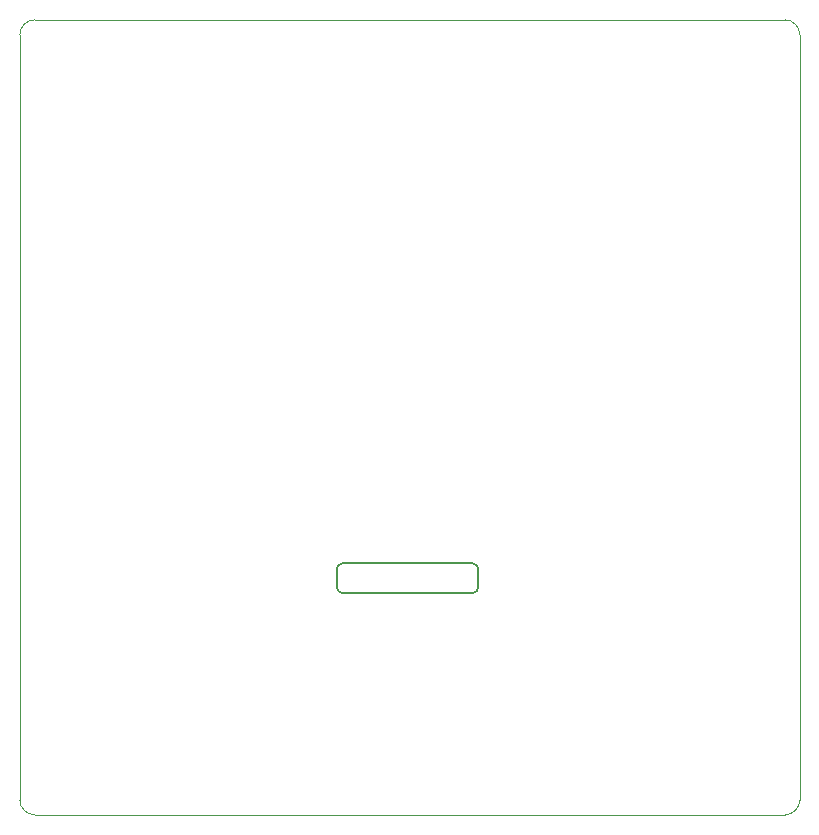
<source format=gbr>
%TF.GenerationSoftware,KiCad,Pcbnew,(5.1.9)-1*%
%TF.CreationDate,2021-11-21T17:51:24+01:00*%
%TF.ProjectId,MemoryBrakout,4d656d6f-7279-4427-9261-6b6f75742e6b,rev?*%
%TF.SameCoordinates,Original*%
%TF.FileFunction,Profile,NP*%
%FSLAX46Y46*%
G04 Gerber Fmt 4.6, Leading zero omitted, Abs format (unit mm)*
G04 Created by KiCad (PCBNEW (5.1.9)-1) date 2021-11-21 17:51:24*
%MOMM*%
%LPD*%
G01*
G04 APERTURE LIST*
%TA.AperFunction,Profile*%
%ADD10C,0.050000*%
%TD*%
%TA.AperFunction,Profile*%
%ADD11C,0.200000*%
%TD*%
G04 APERTURE END LIST*
D10*
X213360000Y-48260000D02*
G75*
G02*
X214630000Y-49530000I0J-1270000D01*
G01*
X148590000Y-49530000D02*
G75*
G02*
X149860000Y-48260000I1270000J0D01*
G01*
X149860000Y-115570000D02*
G75*
G02*
X148590000Y-114300000I0J1270000D01*
G01*
X214630000Y-114300000D02*
G75*
G02*
X213360000Y-115570000I-1270000J0D01*
G01*
X149860000Y-115570000D02*
X213360000Y-115570000D01*
X148590000Y-49530000D02*
X148590000Y-114300000D01*
X214630000Y-49530000D02*
X214630000Y-114300000D01*
X149860000Y-48260000D02*
X213360000Y-48260000D01*
D11*
%TO.C,U1*%
X175921000Y-96787700D02*
X186921000Y-96787700D01*
X175421000Y-96287700D02*
X175421000Y-94787700D01*
X175921000Y-94287700D02*
X186921000Y-94287700D01*
X187421000Y-96287700D02*
X187421000Y-94787700D01*
X187421000Y-96287700D02*
G75*
G02*
X186921000Y-96787700I-500000J0D01*
G01*
X175921000Y-96787700D02*
G75*
G02*
X175421000Y-96287700I0J500000D01*
G01*
X175421000Y-94787700D02*
G75*
G02*
X175921000Y-94287700I500000J0D01*
G01*
X186921000Y-94287700D02*
G75*
G02*
X187421000Y-94787700I0J-500000D01*
G01*
%TD*%
M02*

</source>
